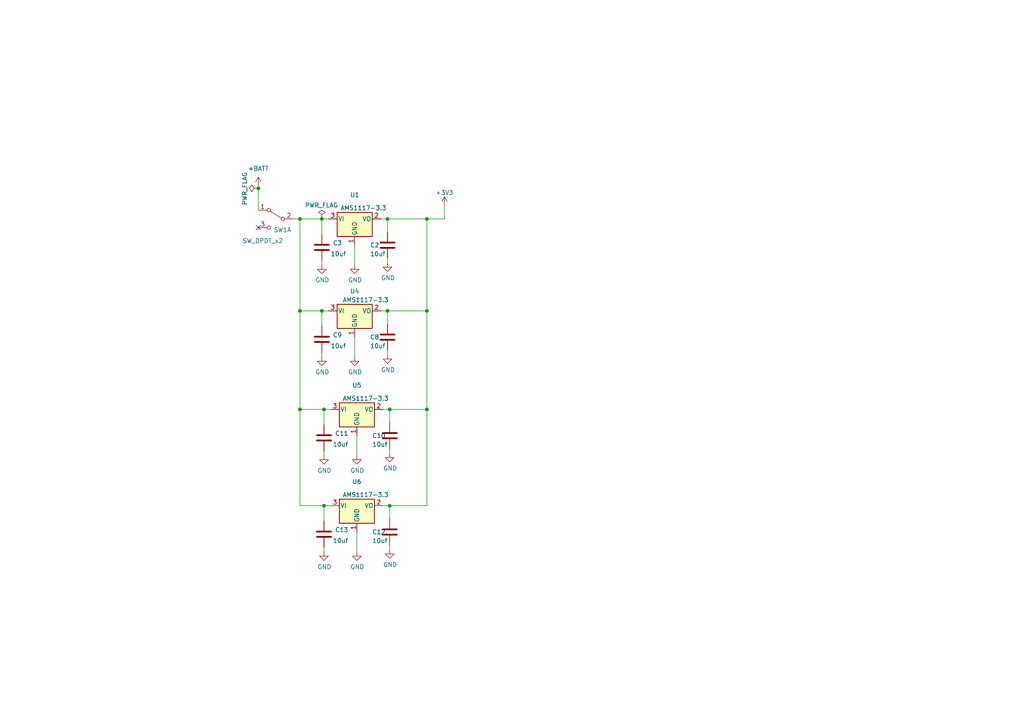
<source format=kicad_sch>
(kicad_sch (version 20211123) (generator eeschema)
  (paper "A4")
  (lib_symbols
    (symbol "Device:C" (pin_numbers hide) (pin_names (offset 0.254))
      (property "Reference" "C" (at 0.635 2.54 0))
      (property "Value" "C" (at 0.635 -2.54 0))
      (symbol "C_0_1"
        (polyline (pts (xy -2.032 -0.762) (xy 2.032 -0.762)) (stroke (width 0.508)))
        (polyline (pts (xy -2.032 0.762) (xy 2.032 0.762)) (stroke (width 0.508)))
      )
      (symbol "C_1_1"
        (pin passive line (at 0 3.81 270) (length 2.794) (name "~") (number "1"))
        (pin passive line (at 0 -3.81 90) (length 2.794) (name "~") (number "2"))
      )
    )
    (symbol "Regulator_Linear:AMS1117-3.3" (pin_names (offset 0.254))
      (property "Reference" "U" (at -3.81 3.175 0))
      (property "Value" "AMS1117-3.3" (at 0 3.175 0))
      (symbol "AMS1117-3.3_0_1"
        (rectangle (start -5.08 -5.08) (end 5.08 1.905) (stroke (width 0.254)) (fill (type background)))
      )
      (symbol "AMS1117-3.3_1_1"
        (pin power_in line (at 0 -7.62 90) (length 2.54) (name "GND") (number "1"))
        (pin power_out line (at 7.62 0 180) (length 2.54) (name "VO") (number "2"))
        (pin power_in line (at -7.62 0 0) (length 2.54) (name "VI") (number "3"))
      )
    )
    (symbol "Switch:SW_DPDT_x2" (pin_names (offset 0) hide)
      (property "Reference" "SW" (at 0 4.318 0))
      (property "Value" "SW_DPDT_x2" (at 0 -5.08 0))
      (symbol "SW_DPDT_x2_0_0"
        (circle (center -2.032 0) (radius 0.508))
        (circle (center 2.032 -2.54) (radius 0.508))
      )
      (symbol "SW_DPDT_x2_0_1"
        (polyline (pts (xy -1.524 0.254) (xy 1.651 2.286)))
        (circle (center 2.032 2.54) (radius 0.508))
      )
      (symbol "SW_DPDT_x2_1_1"
        (pin passive line (at 5.08 2.54 180) (length 2.54) (name "A") (number "1"))
        (pin passive line (at -5.08 0 0) (length 2.54) (name "B") (number "2"))
        (pin passive line (at 5.08 -2.54 180) (length 2.54) (name "C") (number "3"))
      )
      (symbol "SW_DPDT_x2_2_1"
        (pin passive line (at 5.08 2.54 180) (length 2.54) (name "A") (number "4"))
        (pin passive line (at -5.08 0 0) (length 2.54) (name "B") (number "5"))
        (pin passive line (at 5.08 -2.54 180) (length 2.54) (name "C") (number "6"))
      )
    )
    (symbol "power:+3V3" (power) (pin_names (offset 0))
      (property "Value" "+3V3" (at 0 3.556 0))
      (symbol "+3V3_0_1"
        (polyline (pts (xy -0.762 1.27) (xy 0 2.54)))
        (polyline (pts (xy 0 0) (xy 0 2.54)))
        (polyline (pts (xy 0 2.54) (xy 0.762 1.27)))
      )
      (symbol "+3V3_1_1"
        (pin power_in line (at 0 0 90) (length 0) hide (name "+3V3") (number "1"))
      )
    )
    (symbol "power:+BATT" (power) (pin_names (offset 0))
      (property "Value" "+BATT" (at 0 3.556 0))
      (symbol "+BATT_0_1"
        (polyline (pts (xy -0.762 1.27) (xy 0 2.54)))
        (polyline (pts (xy 0 0) (xy 0 2.54)))
        (polyline (pts (xy 0 2.54) (xy 0.762 1.27)))
      )
      (symbol "+BATT_1_1"
        (pin power_in line (at 0 0 90) (length 0) hide (name "+BATT") (number "1"))
      )
    )
    (symbol "power:GND" (power) (pin_names (offset 0))
      (property "Value" "GND" (at 0 -3.81 0))
      (symbol "GND_0_1"
        (polyline (pts (xy 0 0) (xy 0 -1.27) (xy 1.27 -1.27) (xy 0 -2.54) (xy -1.27 -1.27) (xy 0 -1.27)))
      )
      (symbol "GND_1_1"
        (pin power_in line (at 0 0 270) (length 0) hide (name "GND") (number "1"))
      )
    )
    (symbol "power:PWR_FLAG" (power) (pin_numbers hide) (pin_names (offset 0) hide)
      (property "Value" "PWR_FLAG" (at 0 3.81 0))
      (symbol "PWR_FLAG_0_0"
        (pin power_out line (at 0 0 90) (length 0) (name "pwr") (number "1"))
      )
      (symbol "PWR_FLAG_0_1"
        (polyline (pts (xy 0 0) (xy 0 1.27) (xy -1.016 1.905) (xy 0 2.54) (xy 1.016 1.905) (xy 0 1.27)))
      )
    )
  )
  (junction (at 113.03 146.685))
  (junction (at 93.98 118.745))
  (junction (at 86.995 63.5))
  (junction (at 112.395 63.5))
  (junction (at 86.995 90.17))
  (junction (at 86.995 118.745))
  (junction (at 93.98 146.685))
  (junction (at 123.825 90.17))
  (junction (at 113.03 118.745))
  (junction (at 123.825 118.745))
  (junction (at 123.825 63.5))
  (junction (at 74.93 54.61))
  (junction (at 112.395 90.17))
  (junction (at 93.345 90.17))
  (junction (at 93.345 63.5))
  (no_connect (at 74.93 66.04))
  (wire (pts (xy 111.125 118.745) (xy 113.03 118.745)))
  (wire (pts (xy 123.825 63.5) (xy 123.825 90.17)))
  (wire (pts (xy 93.345 63.5) (xy 93.345 67.945)))
  (wire (pts (xy 93.98 118.745) (xy 93.98 123.19)))
  (wire (pts (xy 113.03 118.745) (xy 123.825 118.745)))
  (wire (pts (xy 93.98 146.685) (xy 93.98 151.13)))
  (wire (pts (xy 85.09 63.5) (xy 86.995 63.5)))
  (wire (pts (xy 113.03 146.685) (xy 123.825 146.685)))
  (wire (pts (xy 86.995 118.745) (xy 93.98 118.745)))
  (wire (pts (xy 112.395 90.17) (xy 123.825 90.17)))
  (wire (pts (xy 86.995 63.5) (xy 86.995 90.17)))
  (wire (pts (xy 93.98 118.745) (xy 95.885 118.745)))
  (wire (pts (xy 112.395 63.5) (xy 112.395 67.31)))
  (wire (pts (xy 93.345 63.5) (xy 95.25 63.5)))
  (wire (pts (xy 112.395 90.17) (xy 112.395 93.98)))
  (wire (pts (xy 112.395 63.5) (xy 123.825 63.5)))
  (wire (pts (xy 102.87 76.835) (xy 102.87 71.12)))
  (wire (pts (xy 103.505 132.08) (xy 103.505 126.365)))
  (wire (pts (xy 93.345 102.235) (xy 93.345 103.505)))
  (wire (pts (xy 93.345 90.17) (xy 95.25 90.17)))
  (wire (pts (xy 123.825 118.745) (xy 123.825 146.685)))
  (wire (pts (xy 103.505 160.02) (xy 103.505 154.305)))
  (wire (pts (xy 113.03 159.385) (xy 113.03 158.115)))
  (wire (pts (xy 112.395 102.87) (xy 112.395 101.6)))
  (wire (pts (xy 93.98 130.81) (xy 93.98 132.08)))
  (wire (pts (xy 110.49 63.5) (xy 112.395 63.5)))
  (wire (pts (xy 93.98 146.685) (xy 95.885 146.685)))
  (wire (pts (xy 110.49 90.17) (xy 112.395 90.17)))
  (wire (pts (xy 123.825 63.5) (xy 128.905 63.5)))
  (wire (pts (xy 113.03 131.445) (xy 113.03 130.175)))
  (wire (pts (xy 123.825 90.17) (xy 123.825 118.745)))
  (wire (pts (xy 128.905 59.69) (xy 128.905 63.5)))
  (wire (pts (xy 113.03 146.685) (xy 113.03 150.495)))
  (wire (pts (xy 111.125 146.685) (xy 113.03 146.685)))
  (wire (pts (xy 74.93 54.61) (xy 74.93 60.96)))
  (wire (pts (xy 93.345 75.565) (xy 93.345 76.835)))
  (wire (pts (xy 102.87 103.505) (xy 102.87 97.79)))
  (wire (pts (xy 93.345 90.17) (xy 93.345 94.615)))
  (wire (pts (xy 112.395 76.2) (xy 112.395 74.93)))
  (wire (pts (xy 113.03 118.745) (xy 113.03 122.555)))
  (wire (pts (xy 86.995 90.17) (xy 93.345 90.17)))
  (wire (pts (xy 93.98 158.75) (xy 93.98 160.02)))
  (wire (pts (xy 86.995 146.685) (xy 93.98 146.685)))
  (wire (pts (xy 86.995 90.17) (xy 86.995 118.745)))
  (wire (pts (xy 74.93 53.975) (xy 74.93 54.61)))
  (wire (pts (xy 86.995 118.745) (xy 86.995 146.685)))
  (wire (pts (xy 86.995 63.5) (xy 93.345 63.5)))
  (symbol (lib_id "power:GND") (at 112.395 102.87 0) (unit 1)
    (property "Reference" "#PWR0101" (effects hide))
    (property "Value" "GND" (at 112.522 107.2642 0))
  )
  (symbol (lib_id "Regulator_Linear:AMS1117-3.3") (at 103.505 118.745 0) (unit 1)
    (property "Reference" "U5" (at 103.505 111.76 0))
    (property "Value" "AMS1117-3.3" (at 106.045 115.57 0))
    (property "Footprint" "Package_TO_SOT_SMD:SOT-223-3_TabPin2" (effects hide))
    (property "Datasheet" "http://www.advanced-monolithic.com/pdf/ds1117.pdf" (effects hide))
  )
  (symbol (lib_id "power:+BATT") (at 74.93 53.975 0) (unit 1)
    (property "Reference" "#PWR0108" (effects hide))
    (property "Value" "+BATT" (at 74.93 48.895 0))
  )
  (symbol (lib_id "power:GND") (at 93.98 132.08 0) (unit 1)
    (property "Reference" "#PWR0110" (effects hide))
    (property "Value" "GND" (at 94.107 136.4742 0))
  )
  (symbol (lib_id "power:+3V3") (at 128.905 59.69 0) (unit 1)
    (property "Reference" "#PWR0104" (effects hide))
    (property "Value" "+3V3" (at 128.905 55.88 0))
  )
  (symbol (lib_id "Device:C") (at 93.98 154.94 0) (unit 1)
    (property "Reference" "C13" (at 97.155 153.67 0) (effects (justify left)))
    (property "Value" "10uf" (at 96.52 156.845 0) (effects (justify left)))
    (property "Footprint" "Capacitor_SMD:C_0402_1005Metric" (effects hide))
  )
  (symbol (lib_id "power:GND") (at 102.87 76.835 0) (unit 1)
    (property "Reference" "#PWR0106" (effects hide))
    (property "Value" "GND" (at 102.997 81.2292 0))
  )
  (symbol (lib_id "power:GND") (at 93.345 103.505 0) (unit 1)
    (property "Reference" "#PWR0103" (effects hide))
    (property "Value" "GND" (at 93.472 107.8992 0))
  )
  (symbol (lib_id "Device:C") (at 93.98 127 0) (unit 1)
    (property "Reference" "C11" (at 97.155 125.73 0) (effects (justify left)))
    (property "Value" "10uf" (at 96.52 128.905 0) (effects (justify left)))
    (property "Footprint" "Capacitor_SMD:C_0402_1005Metric" (effects hide))
  )
  (symbol (lib_id "power:GND") (at 103.505 160.02 0) (unit 1)
    (property "Reference" "#PWR0112" (effects hide))
    (property "Value" "GND" (at 103.632 164.4142 0))
  )
  (symbol (lib_id "power:GND") (at 93.345 76.835 0) (unit 1)
    (property "Reference" "#PWR0105" (effects hide))
    (property "Value" "GND" (at 93.472 81.2292 0))
  )
  (symbol (lib_id "power:PWR_FLAG") (at 93.345 63.5 0) (unit 1)
    (property "Reference" "#FLG0103" (effects hide))
    (property "Value" "PWR_FLAG" (at 88.4049 59.5208 0) (effects (justify left)))
  )
  (symbol (lib_id "power:GND") (at 113.03 159.385 0) (unit 1)
    (property "Reference" "#PWR0114" (effects hide))
    (property "Value" "GND" (at 113.157 163.7792 0))
  )
  (symbol (lib_id "Device:C") (at 93.345 71.755 0) (unit 1)
    (property "Reference" "C3" (at 96.52 70.485 0) (effects (justify left)))
    (property "Value" "10uf" (at 95.885 73.66 0) (effects (justify left)))
    (property "Footprint" "Capacitor_SMD:C_0402_1005Metric" (effects hide))
  )
  (symbol (lib_id "Device:C") (at 113.03 126.365 0) (unit 1)
    (property "Reference" "C10" (at 107.95 126.365 0) (effects (justify left)))
    (property "Value" "10uf" (at 107.95 128.905 0) (effects (justify left)))
    (property "Footprint" "Capacitor_SMD:C_0402_1005Metric" (effects hide))
  )
  (symbol (lib_id "power:PWR_FLAG") (at 74.93 54.61 90) (unit 1)
    (property "Reference" "#FLG0104" (effects hide))
    (property "Value" "PWR_FLAG" (at 70.9508 59.5501 0) (effects (justify left)))
  )
  (symbol (lib_id "Device:C") (at 112.395 71.12 0) (unit 1)
    (property "Reference" "C2" (at 107.315 71.12 0) (effects (justify left)))
    (property "Value" "10uf" (at 107.315 73.66 0) (effects (justify left)))
    (property "Footprint" "Capacitor_SMD:C_0402_1005Metric" (effects hide))
  )
  (symbol (lib_id "Regulator_Linear:AMS1117-3.3") (at 102.87 63.5 0) (unit 1)
    (property "Reference" "U1" (at 102.87 56.515 0))
    (property "Value" "AMS1117-3.3" (at 105.41 60.325 0))
    (property "Footprint" "Package_TO_SOT_SMD:SOT-223-3_TabPin2" (effects hide))
    (property "Datasheet" "http://www.advanced-monolithic.com/pdf/ds1117.pdf" (effects hide))
  )
  (symbol (lib_id "Regulator_Linear:AMS1117-3.3") (at 102.87 90.17 0) (unit 1)
    (property "Reference" "U4" (at 102.87 84.455 0))
    (property "Value" "AMS1117-3.3" (at 106.045 86.995 0))
    (property "Footprint" "Package_TO_SOT_SMD:SOT-223-3_TabPin2" (effects hide))
    (property "Datasheet" "http://www.advanced-monolithic.com/pdf/ds1117.pdf" (effects hide))
  )
  (symbol (lib_id "power:GND") (at 93.98 160.02 0) (unit 1)
    (property "Reference" "#PWR0113" (effects hide))
    (property "Value" "GND" (at 94.107 164.4142 0))
  )
  (symbol (lib_id "Device:C") (at 112.395 97.79 0) (unit 1)
    (property "Reference" "C8" (at 107.315 97.79 0) (effects (justify left)))
    (property "Value" "10uf" (at 107.315 100.33 0) (effects (justify left)))
    (property "Footprint" "Capacitor_SMD:C_0402_1005Metric" (effects hide))
  )
  (symbol (lib_id "power:GND") (at 113.03 131.445 0) (unit 1)
    (property "Reference" "#PWR0109" (effects hide))
    (property "Value" "GND" (at 113.157 135.8392 0))
  )
  (symbol (lib_id "Regulator_Linear:AMS1117-3.3") (at 103.505 146.685 0) (unit 1)
    (property "Reference" "U6" (at 103.505 139.7 0))
    (property "Value" "AMS1117-3.3" (at 106.045 143.51 0))
    (property "Footprint" "Package_TO_SOT_SMD:SOT-223-3_TabPin2" (effects hide))
    (property "Datasheet" "http://www.advanced-monolithic.com/pdf/ds1117.pdf" (effects hide))
  )
  (symbol (lib_id "power:GND") (at 103.505 132.08 0) (unit 1)
    (property "Reference" "#PWR0111" (effects hide))
    (property "Value" "GND" (at 103.632 136.4742 0))
  )
  (symbol (lib_id "power:GND") (at 112.395 76.2 0) (unit 1)
    (property "Reference" "#PWR0107" (effects hide))
    (property "Value" "GND" (at 112.522 80.5942 0))
  )
  (symbol (lib_id "Switch:SW_DPDT_x2") (at 80.01 63.5 0) (mirror y) (unit 1)
    (property "Reference" "SW1" (at 81.915 66.675 0))
    (property "Value" "SW_DPDT_x2" (at 76.2 69.85 0))
    (property "Footprint" "Button_Switch_SMD:SW_SPDT_PCM12" (effects hide))
  )
  (symbol (lib_id "Device:C") (at 93.345 98.425 0) (unit 1)
    (property "Reference" "C9" (at 96.52 97.155 0) (effects (justify left)))
    (property "Value" "10uf" (at 95.885 100.33 0) (effects (justify left)))
    (property "Footprint" "Capacitor_SMD:C_0402_1005Metric" (effects hide))
  )
  (symbol (lib_id "Device:C") (at 113.03 154.305 0) (unit 1)
    (property "Reference" "C12" (at 107.95 154.305 0) (effects (justify left)))
    (property "Value" "10uf" (at 107.95 156.845 0) (effects (justify left)))
    (property "Footprint" "Capacitor_SMD:C_0402_1005Metric" (effects hide))
  )
  (symbol (lib_id "power:GND") (at 102.87 103.505 0) (unit 1)
    (property "Reference" "#PWR0102" (effects hide))
    (property "Value" "GND" (at 102.997 107.8992 0))
  )
)
</source>
